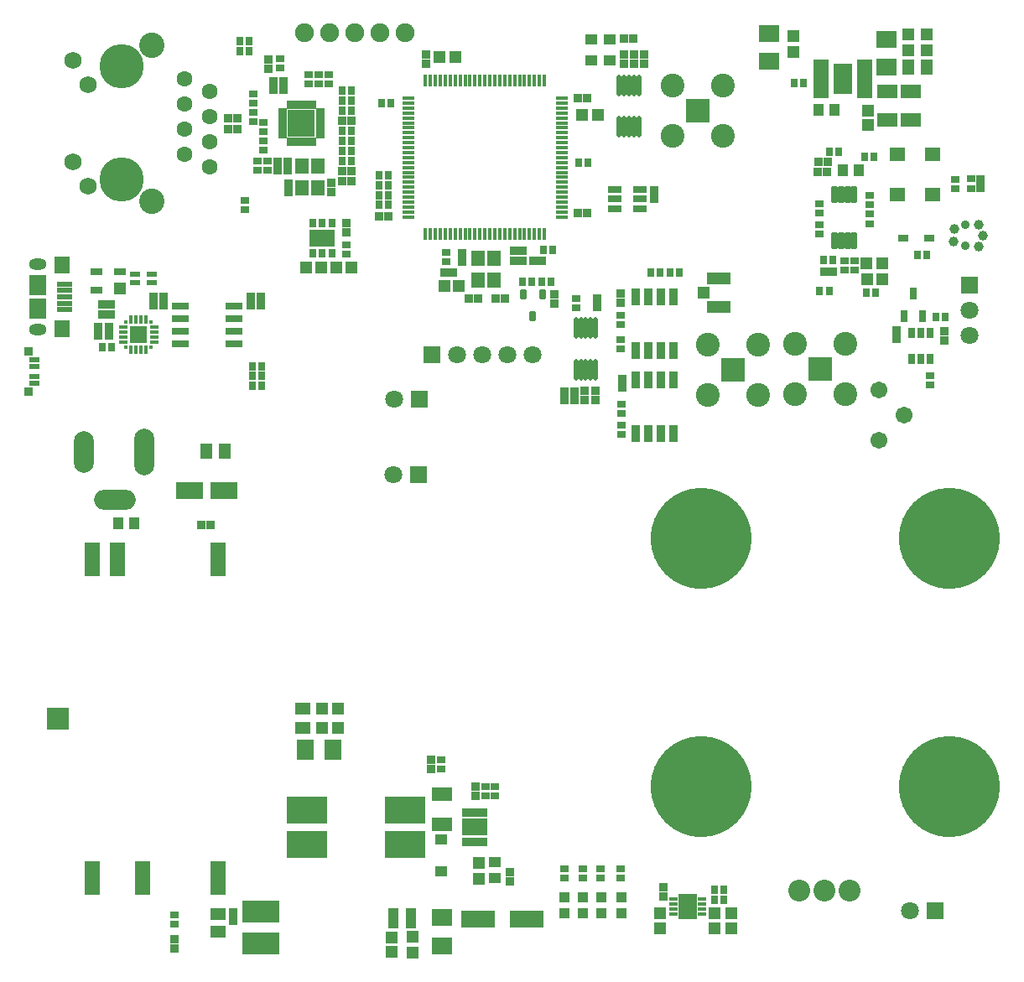
<source format=gts>
G04*
G04 #@! TF.GenerationSoftware,Altium Limited,Altium Designer,21.2.1 (34)*
G04*
G04 Layer_Color=8388736*
%FSAX24Y24*%
%MOIN*%
G70*
G04*
G04 #@! TF.SameCoordinates,274D9A25-BBB1-47C8-A32C-90C4575193A4*
G04*
G04*
G04 #@! TF.FilePolarity,Negative*
G04*
G01*
G75*
%ADD37R,0.0472X0.0118*%
%ADD38R,0.0118X0.0472*%
G04:AMPARAMS|DCode=40|XSize=43.3mil|YSize=23.6mil|CornerRadius=2mil|HoleSize=0mil|Usage=FLASHONLY|Rotation=90.000|XOffset=0mil|YOffset=0mil|HoleType=Round|Shape=RoundedRectangle|*
%AMROUNDEDRECTD40*
21,1,0.0433,0.0196,0,0,90.0*
21,1,0.0393,0.0236,0,0,90.0*
1,1,0.0040,0.0098,0.0196*
1,1,0.0040,0.0098,-0.0196*
1,1,0.0040,-0.0098,-0.0196*
1,1,0.0040,-0.0098,0.0196*
%
%ADD40ROUNDEDRECTD40*%
%ADD47R,0.0646X0.0551*%
%ADD64R,0.0118X0.0354*%
%ADD65R,0.0354X0.0118*%
%ADD66R,0.0118X0.0118*%
%ADD89R,0.0395X0.0395*%
%ADD90R,0.0324X0.0308*%
%ADD91R,0.0308X0.0324*%
%ADD92R,0.0328X0.0340*%
%ADD93R,0.0395X0.0237*%
%ADD94R,0.0946X0.0513*%
%ADD95R,0.0513X0.0474*%
%ADD96R,0.0454X0.0474*%
%ADD97R,0.0552X0.0316*%
%ADD98R,0.0324X0.0324*%
%ADD99R,0.0324X0.0324*%
%ADD100O,0.0198X0.0867*%
%ADD101R,0.0474X0.0434*%
%ADD102R,0.0336X0.0680*%
%ADD103R,0.0316X0.0474*%
G04:AMPARAMS|DCode=104|XSize=29.7mil|YSize=39.5mil|CornerRadius=5.9mil|HoleSize=0mil|Usage=FLASHONLY|Rotation=0.000|XOffset=0mil|YOffset=0mil|HoleType=Round|Shape=RoundedRectangle|*
%AMROUNDEDRECTD104*
21,1,0.0297,0.0276,0,0,0.0*
21,1,0.0178,0.0395,0,0,0.0*
1,1,0.0119,0.0089,-0.0138*
1,1,0.0119,-0.0089,-0.0138*
1,1,0.0119,-0.0089,0.0138*
1,1,0.0119,0.0089,0.0138*
%
%ADD104ROUNDEDRECTD104*%
%ADD105R,0.0493X0.0631*%
G04:AMPARAMS|DCode=106|XSize=25.7mil|YSize=69mil|CornerRadius=5.9mil|HoleSize=0mil|Usage=FLASHONLY|Rotation=180.000|XOffset=0mil|YOffset=0mil|HoleType=Round|Shape=RoundedRectangle|*
%AMROUNDEDRECTD106*
21,1,0.0257,0.0571,0,0,180.0*
21,1,0.0138,0.0690,0,0,180.0*
1,1,0.0119,-0.0069,0.0286*
1,1,0.0119,0.0069,0.0286*
1,1,0.0119,0.0069,-0.0286*
1,1,0.0119,-0.0069,-0.0286*
%
%ADD106ROUNDEDRECTD106*%
%ADD107R,0.0316X0.0324*%
%ADD108R,0.0360X0.0363*%
%ADD109R,0.0434X0.0277*%
%ADD110R,0.0434X0.0474*%
%ADD111R,0.0789X0.0533*%
%ADD112R,0.0454X0.0454*%
%ADD113R,0.0631X0.0257*%
%ADD114R,0.0769X0.1237*%
%ADD115R,0.0828X0.0651*%
%ADD116R,0.0474X0.0454*%
%ADD117R,0.0533X0.0631*%
%ADD118R,0.0454X0.0474*%
%ADD119R,0.0324X0.0316*%
%ADD120R,0.0363X0.0360*%
%ADD121R,0.0352X0.0190*%
%ADD122R,0.0190X0.0352*%
%ADD123R,0.1064X0.1064*%
%ADD124R,0.0257X0.0375*%
%ADD125R,0.1025X0.0710*%
%ADD126R,0.0709X0.0709*%
%ADD127R,0.0690X0.0316*%
%ADD128R,0.0434X0.0237*%
%ADD129R,0.0474X0.0316*%
%ADD130R,0.0474X0.0474*%
%ADD131R,0.0631X0.0710*%
%ADD132R,0.0690X0.0828*%
%ADD133R,0.0611X0.0237*%
%ADD134R,0.1084X0.0710*%
%ADD135R,0.0631X0.1340*%
%ADD136R,0.0867X0.0867*%
%ADD137R,0.0474X0.0454*%
%ADD138R,0.0730X0.1017*%
%ADD139R,0.0356X0.0179*%
%ADD140R,0.0631X0.0493*%
%ADD141R,0.0651X0.0828*%
%ADD142R,0.1596X0.1064*%
%ADD143R,0.0198X0.0375*%
%ADD144R,0.0505X0.0442*%
%ADD145R,0.1320X0.0710*%
%ADD146R,0.0395X0.0789*%
%ADD147R,0.1458X0.0867*%
%ADD148R,0.0631X0.0493*%
%ADD149C,0.0946*%
%ADD150R,0.0946X0.0946*%
%ADD151R,0.0710X0.0710*%
%ADD152C,0.0710*%
%ADD153C,0.0671*%
%ADD154R,0.0710X0.0710*%
%ADD155C,0.0356*%
%ADD156C,0.0395*%
%ADD157C,0.0749*%
%ADD158O,0.0710X0.0434*%
%ADD159O,0.0789X0.1655*%
%ADD160O,0.1655X0.0789*%
%ADD161O,0.0789X0.1852*%
%ADD162C,0.4017*%
%ADD163C,0.0867*%
%ADD164C,0.0682*%
%ADD165C,0.0630*%
%ADD166C,0.1007*%
%ADD167C,0.1760*%
D37*
X030669Y046068D02*
D03*
Y046265D02*
D03*
Y046462D02*
D03*
Y046658D02*
D03*
Y046855D02*
D03*
Y047052D02*
D03*
Y047249D02*
D03*
Y047446D02*
D03*
Y047643D02*
D03*
Y047839D02*
D03*
Y048036D02*
D03*
Y048233D02*
D03*
Y048430D02*
D03*
Y048627D02*
D03*
Y048824D02*
D03*
Y049021D02*
D03*
Y049217D02*
D03*
Y049414D02*
D03*
Y049611D02*
D03*
Y049808D02*
D03*
Y050005D02*
D03*
Y050202D02*
D03*
Y050399D02*
D03*
Y050595D02*
D03*
Y050792D02*
D03*
X036771D02*
D03*
Y050595D02*
D03*
Y050399D02*
D03*
Y050202D02*
D03*
Y050005D02*
D03*
Y049808D02*
D03*
Y049611D02*
D03*
Y049414D02*
D03*
Y049217D02*
D03*
Y049021D02*
D03*
Y048824D02*
D03*
Y048627D02*
D03*
Y048430D02*
D03*
Y048233D02*
D03*
Y048036D02*
D03*
Y047839D02*
D03*
Y047643D02*
D03*
Y047446D02*
D03*
Y047249D02*
D03*
Y047052D02*
D03*
Y046855D02*
D03*
Y046658D02*
D03*
Y046462D02*
D03*
Y046265D02*
D03*
Y046068D02*
D03*
D38*
X031358Y051481D02*
D03*
X031555D02*
D03*
X031751D02*
D03*
X031948D02*
D03*
X032145D02*
D03*
X032342D02*
D03*
X032539D02*
D03*
X032736D02*
D03*
X032933D02*
D03*
X033129D02*
D03*
X033326D02*
D03*
X033523D02*
D03*
X033720D02*
D03*
X033917D02*
D03*
X034114D02*
D03*
X034311D02*
D03*
X034507D02*
D03*
X034704D02*
D03*
X034901D02*
D03*
X035098D02*
D03*
X035295D02*
D03*
X035492D02*
D03*
X035689D02*
D03*
X035885D02*
D03*
X036082D02*
D03*
Y045379D02*
D03*
X035885D02*
D03*
X035689D02*
D03*
X035492D02*
D03*
X035295D02*
D03*
X035098D02*
D03*
X034901D02*
D03*
X034704D02*
D03*
X034507D02*
D03*
X034311D02*
D03*
X034114D02*
D03*
X033917D02*
D03*
X033720D02*
D03*
X033523D02*
D03*
X033326D02*
D03*
X033129D02*
D03*
X032933D02*
D03*
X032736D02*
D03*
X032539D02*
D03*
X032342D02*
D03*
X032145D02*
D03*
X031948D02*
D03*
X031751D02*
D03*
X031555D02*
D03*
X031358D02*
D03*
D40*
X050666Y041442D02*
D03*
X051040D02*
D03*
X051414D02*
D03*
Y040418D02*
D03*
X051040D02*
D03*
X050666D02*
D03*
D47*
X051510Y048543D02*
D03*
Y046957D02*
D03*
X050120Y048543D02*
D03*
Y046957D02*
D03*
D64*
X020251Y042000D02*
D03*
X020054D02*
D03*
X019857D02*
D03*
X019660D02*
D03*
Y040780D02*
D03*
X019857D02*
D03*
X020054D02*
D03*
X020251D02*
D03*
D65*
X019345Y041685D02*
D03*
Y041488D02*
D03*
Y041291D02*
D03*
Y041094D02*
D03*
X020566D02*
D03*
Y041291D02*
D03*
Y041488D02*
D03*
Y041685D02*
D03*
D66*
X020447Y041882D02*
D03*
Y040898D02*
D03*
X019463Y041882D02*
D03*
Y040898D02*
D03*
D89*
X038340Y019035D02*
D03*
Y018405D02*
D03*
X039140Y019035D02*
D03*
Y018405D02*
D03*
X037620Y019035D02*
D03*
Y018405D02*
D03*
X036870Y019035D02*
D03*
Y018405D02*
D03*
D90*
X038320Y020165D02*
D03*
Y019795D02*
D03*
X039130Y020155D02*
D03*
Y019785D02*
D03*
X037630Y020155D02*
D03*
Y019785D02*
D03*
X036870Y020155D02*
D03*
Y019785D02*
D03*
X032190Y044285D02*
D03*
Y044655D02*
D03*
X051420Y039395D02*
D03*
Y039765D02*
D03*
X039150Y037790D02*
D03*
Y037420D02*
D03*
X037360Y042465D02*
D03*
Y042835D02*
D03*
X039160Y038630D02*
D03*
Y038260D02*
D03*
X052400Y047545D02*
D03*
Y047175D02*
D03*
X053040Y047205D02*
D03*
Y047575D02*
D03*
X049030Y046175D02*
D03*
Y045805D02*
D03*
X047010Y045765D02*
D03*
Y045395D02*
D03*
X049030Y046570D02*
D03*
Y046940D02*
D03*
X047010Y046595D02*
D03*
Y046225D02*
D03*
X048400Y044335D02*
D03*
Y043965D02*
D03*
X048010Y044340D02*
D03*
Y043970D02*
D03*
X039100Y042155D02*
D03*
Y041785D02*
D03*
X024525Y050964D02*
D03*
Y050594D02*
D03*
Y049844D02*
D03*
Y050214D02*
D03*
X024925Y049459D02*
D03*
Y049829D02*
D03*
Y049079D02*
D03*
Y048709D02*
D03*
X025075Y047909D02*
D03*
Y048279D02*
D03*
X024180Y046725D02*
D03*
Y046355D02*
D03*
X027525Y051359D02*
D03*
Y051729D02*
D03*
X027125Y051359D02*
D03*
Y051729D02*
D03*
X026725Y051359D02*
D03*
Y051729D02*
D03*
X039100Y040810D02*
D03*
Y041180D02*
D03*
X028200Y044970D02*
D03*
Y044600D02*
D03*
X033740Y023065D02*
D03*
Y023435D02*
D03*
X034130Y023065D02*
D03*
Y023435D02*
D03*
X031990Y024130D02*
D03*
Y024500D02*
D03*
X021390Y017955D02*
D03*
Y018325D02*
D03*
D91*
X024835Y040140D02*
D03*
X024465D02*
D03*
X024835Y039750D02*
D03*
X024465D02*
D03*
X024835Y039350D02*
D03*
X024465D02*
D03*
X047030Y043110D02*
D03*
X047400D02*
D03*
X037440Y048230D02*
D03*
X037810D02*
D03*
X029970Y050590D02*
D03*
X029600D02*
D03*
X029895Y046550D02*
D03*
X029525D02*
D03*
X036035Y044750D02*
D03*
X036405D02*
D03*
X029890Y047330D02*
D03*
X029520D02*
D03*
Y046940D02*
D03*
X029890D02*
D03*
X052025Y042090D02*
D03*
X051655D02*
D03*
X051285Y044550D02*
D03*
X050915D02*
D03*
X049195Y048470D02*
D03*
X048825D02*
D03*
X041440Y043850D02*
D03*
X041070D02*
D03*
X040670Y043870D02*
D03*
X040300D02*
D03*
X047193Y044344D02*
D03*
X047563D02*
D03*
X046375Y051400D02*
D03*
X046005D02*
D03*
X023990Y053044D02*
D03*
X024360D02*
D03*
X023990Y052644D02*
D03*
X024360D02*
D03*
X028040Y051094D02*
D03*
X028410D02*
D03*
Y050694D02*
D03*
X028040D02*
D03*
Y050294D02*
D03*
X028410D02*
D03*
X028040Y049494D02*
D03*
X028410D02*
D03*
Y049094D02*
D03*
X028040D02*
D03*
X028410Y048694D02*
D03*
X028040D02*
D03*
Y048294D02*
D03*
X028410D02*
D03*
X029520Y047720D02*
D03*
X029890D02*
D03*
X018890Y040900D02*
D03*
X018520D02*
D03*
X042855Y019320D02*
D03*
X043225D02*
D03*
X043220Y018910D02*
D03*
X042850D02*
D03*
D92*
X015580Y040727D02*
D03*
Y039136D02*
D03*
D93*
X015810Y040408D02*
D03*
Y040140D02*
D03*
Y039723D02*
D03*
Y039455D02*
D03*
D94*
X043030Y043620D02*
D03*
Y042478D02*
D03*
D95*
X042400Y043049D02*
D03*
D96*
X038225Y050110D02*
D03*
X037595D02*
D03*
X032555Y052440D02*
D03*
X031925D02*
D03*
X048895Y044210D02*
D03*
X049525D02*
D03*
X048900Y043580D02*
D03*
X049530D02*
D03*
X027255Y026530D02*
D03*
X027885D02*
D03*
X027240Y025760D02*
D03*
X027870D02*
D03*
D97*
X038886Y046402D02*
D03*
Y046776D02*
D03*
Y047150D02*
D03*
X039870D02*
D03*
Y046776D02*
D03*
Y046402D02*
D03*
D98*
X039617Y053150D02*
D03*
X039263D02*
D03*
X032457Y043870D02*
D03*
X032103D02*
D03*
X037774Y046240D02*
D03*
X037420D02*
D03*
X029523Y046090D02*
D03*
X029877D02*
D03*
X037777Y050800D02*
D03*
X037423D02*
D03*
X047340Y048260D02*
D03*
X046986D02*
D03*
X047317Y047850D02*
D03*
X046963D02*
D03*
X035633Y044320D02*
D03*
X035987D02*
D03*
X034143Y042840D02*
D03*
X034497D02*
D03*
X033087Y042822D02*
D03*
X033441D02*
D03*
X034873Y044330D02*
D03*
X035227D02*
D03*
X023525Y049994D02*
D03*
X023880D02*
D03*
X023525Y049544D02*
D03*
X023880D02*
D03*
X028048Y049894D02*
D03*
X028402D02*
D03*
X028048Y047894D02*
D03*
X028402D02*
D03*
X028048Y047494D02*
D03*
X028402D02*
D03*
X018854Y042580D02*
D03*
X018500D02*
D03*
X018857Y042180D02*
D03*
X018503D02*
D03*
X022817Y033830D02*
D03*
X022463D02*
D03*
X034873Y044720D02*
D03*
X035227D02*
D03*
D99*
X039650Y052517D02*
D03*
Y052163D02*
D03*
X040040D02*
D03*
Y052517D02*
D03*
X039260D02*
D03*
Y052163D02*
D03*
X039170Y039640D02*
D03*
Y039286D02*
D03*
X039100Y042663D02*
D03*
Y043017D02*
D03*
X038170Y042837D02*
D03*
Y042483D02*
D03*
X040460Y047137D02*
D03*
Y046783D02*
D03*
X032830Y044283D02*
D03*
Y044637D02*
D03*
X031380Y052517D02*
D03*
Y052163D02*
D03*
X036890Y038786D02*
D03*
Y039140D02*
D03*
X037690Y038793D02*
D03*
Y039147D02*
D03*
X038100Y038793D02*
D03*
Y039147D02*
D03*
X050090Y041567D02*
D03*
Y041213D02*
D03*
X051980Y041163D02*
D03*
Y041517D02*
D03*
X036490Y042977D02*
D03*
Y042623D02*
D03*
X053430Y047213D02*
D03*
Y047567D02*
D03*
X037290Y039140D02*
D03*
Y038786D02*
D03*
X025325Y051117D02*
D03*
Y051471D02*
D03*
X025725Y051117D02*
D03*
Y051471D02*
D03*
X025875Y048271D02*
D03*
Y047917D02*
D03*
X025475Y048271D02*
D03*
Y047917D02*
D03*
X025925Y047398D02*
D03*
Y047044D02*
D03*
X027625Y047421D02*
D03*
Y047067D02*
D03*
X028200Y045460D02*
D03*
Y045814D02*
D03*
X024800Y042543D02*
D03*
Y042897D02*
D03*
X024400Y042543D02*
D03*
Y042897D02*
D03*
X018770Y041343D02*
D03*
Y041697D02*
D03*
X018360Y041343D02*
D03*
Y041697D02*
D03*
X020540Y042550D02*
D03*
Y042904D02*
D03*
X020950Y042553D02*
D03*
Y042907D02*
D03*
X040800Y019073D02*
D03*
Y019427D02*
D03*
X033350Y023073D02*
D03*
Y023427D02*
D03*
X031590Y024141D02*
D03*
Y024495D02*
D03*
X034700Y019663D02*
D03*
Y020017D02*
D03*
X021390Y017003D02*
D03*
Y017357D02*
D03*
X023698Y018435D02*
D03*
Y018081D02*
D03*
D100*
X039056Y049653D02*
D03*
X039253D02*
D03*
X039450D02*
D03*
X039647D02*
D03*
X039844D02*
D03*
X039056Y051307D02*
D03*
X039253D02*
D03*
X039450D02*
D03*
X039647D02*
D03*
X039844D02*
D03*
X038124Y041657D02*
D03*
X037927D02*
D03*
X037730D02*
D03*
X037533D02*
D03*
X037336D02*
D03*
X038124Y040003D02*
D03*
X037927D02*
D03*
X037730D02*
D03*
X037533D02*
D03*
X037336D02*
D03*
D101*
X038694Y053123D02*
D03*
Y052297D02*
D03*
X037946Y053123D02*
D03*
X037946Y052297D02*
D03*
X034130Y020410D02*
D03*
Y019780D02*
D03*
D102*
X039700Y040752D02*
D03*
X040200D02*
D03*
X040700D02*
D03*
X041200D02*
D03*
Y042888D02*
D03*
X040700D02*
D03*
X040200D02*
D03*
X039700D02*
D03*
X039710Y039600D02*
D03*
X040210D02*
D03*
X040710D02*
D03*
X041210D02*
D03*
Y037465D02*
D03*
X040710D02*
D03*
X040210D02*
D03*
X039710D02*
D03*
D103*
X050372Y042120D02*
D03*
X051120D02*
D03*
X050746Y043026D02*
D03*
D104*
X035630Y042137D02*
D03*
X035256Y043003D02*
D03*
X036004D02*
D03*
D105*
X051294Y052010D02*
D03*
X050546D02*
D03*
X023384Y036770D02*
D03*
X022636D02*
D03*
D106*
X047626Y045125D02*
D03*
X047882D02*
D03*
X048138D02*
D03*
X048394D02*
D03*
X047626Y046955D02*
D03*
X047882D02*
D03*
X048138D02*
D03*
X048394D02*
D03*
D107*
X049231Y043070D02*
D03*
X048869D02*
D03*
X047771Y048660D02*
D03*
X047409D02*
D03*
X036351Y043480D02*
D03*
X035989D02*
D03*
X035219Y043490D02*
D03*
X035581D02*
D03*
D108*
X047559Y043894D02*
D03*
X047197D02*
D03*
D109*
X050358Y045220D02*
D03*
X051382D02*
D03*
D110*
X047945Y047930D02*
D03*
X048575D02*
D03*
X046975Y050310D02*
D03*
X047605D02*
D03*
X019145Y033880D02*
D03*
X019775D02*
D03*
D111*
X050660Y049909D02*
D03*
Y051051D02*
D03*
X049730D02*
D03*
Y049909D02*
D03*
X032010Y021929D02*
D03*
Y023111D02*
D03*
D112*
X048940Y049715D02*
D03*
Y050305D02*
D03*
X030030Y016845D02*
D03*
Y017435D02*
D03*
D113*
X047070Y052202D02*
D03*
Y051946D02*
D03*
Y051690D02*
D03*
Y051434D02*
D03*
Y051178D02*
D03*
Y050922D02*
D03*
X048802D02*
D03*
Y051178D02*
D03*
Y051434D02*
D03*
Y051690D02*
D03*
Y051946D02*
D03*
Y052202D02*
D03*
D114*
X047936Y051562D02*
D03*
D115*
X045000Y053371D02*
D03*
Y052269D02*
D03*
X049680Y053141D02*
D03*
Y052039D02*
D03*
X032000Y017108D02*
D03*
Y018210D02*
D03*
D116*
X045970Y052625D02*
D03*
Y053255D02*
D03*
X050550Y052705D02*
D03*
Y053335D02*
D03*
X051290Y052705D02*
D03*
Y053335D02*
D03*
X040690Y018405D02*
D03*
Y017775D02*
D03*
X033490Y020395D02*
D03*
Y019765D02*
D03*
X030840Y017445D02*
D03*
Y016815D02*
D03*
D117*
X033434Y044422D02*
D03*
Y043555D02*
D03*
X034064D02*
D03*
Y044422D02*
D03*
X026460Y048077D02*
D03*
Y047211D02*
D03*
X027090D02*
D03*
Y048077D02*
D03*
D118*
X032105Y043320D02*
D03*
X032695D02*
D03*
X027830Y044060D02*
D03*
X028421D02*
D03*
X027215D02*
D03*
X026625D02*
D03*
D119*
X025575Y051982D02*
D03*
Y052344D02*
D03*
X024675Y047913D02*
D03*
Y048275D02*
D03*
D120*
X025125Y052325D02*
D03*
Y051963D02*
D03*
D121*
X025682Y049497D02*
D03*
Y049694D02*
D03*
X027178Y049300D02*
D03*
Y049497D02*
D03*
Y049694D02*
D03*
Y049890D02*
D03*
Y050087D02*
D03*
Y050284D02*
D03*
X025682D02*
D03*
Y049300D02*
D03*
Y049890D02*
D03*
Y050087D02*
D03*
D122*
X025938Y049044D02*
D03*
X026135D02*
D03*
X026332D02*
D03*
X026528D02*
D03*
X026725D02*
D03*
X026922D02*
D03*
Y050540D02*
D03*
X026725D02*
D03*
X026528D02*
D03*
X026332D02*
D03*
X026135D02*
D03*
X025938D02*
D03*
D123*
X026430Y049792D02*
D03*
D124*
X027634Y045811D02*
D03*
X027260D02*
D03*
X026886D02*
D03*
Y044629D02*
D03*
X027260D02*
D03*
X027634D02*
D03*
D125*
X027260Y045220D02*
D03*
X033310Y021810D02*
D03*
D126*
X019955Y041390D02*
D03*
D127*
X021617Y042510D02*
D03*
Y042010D02*
D03*
Y041510D02*
D03*
Y041010D02*
D03*
X023743Y042510D02*
D03*
Y042010D02*
D03*
Y041510D02*
D03*
Y041010D02*
D03*
D128*
X020485Y043473D02*
D03*
Y043787D02*
D03*
X019815Y043473D02*
D03*
Y043787D02*
D03*
D129*
X018294Y043900D02*
D03*
X019200D02*
D03*
X018294Y043152D02*
D03*
D130*
X019200Y043231D02*
D03*
D131*
X016920Y044150D02*
D03*
Y041630D02*
D03*
D132*
X015955Y042417D02*
D03*
Y043362D02*
D03*
D133*
X017009Y042378D02*
D03*
Y042634D02*
D03*
Y043402D02*
D03*
Y043146D02*
D03*
Y042890D02*
D03*
D134*
X023358Y035190D02*
D03*
X021980D02*
D03*
D135*
X023126Y032467D02*
D03*
X019126D02*
D03*
X018126D02*
D03*
X023126Y019798D02*
D03*
X020130Y019800D02*
D03*
X018126Y019798D02*
D03*
D136*
X016732Y026133D02*
D03*
D137*
X043500Y018385D02*
D03*
Y017795D02*
D03*
X042840Y018375D02*
D03*
Y017785D02*
D03*
D138*
X041781Y018652D02*
D03*
D139*
X041230Y018947D02*
D03*
Y018750D02*
D03*
Y018553D02*
D03*
Y018356D02*
D03*
X042332Y018947D02*
D03*
Y018750D02*
D03*
Y018553D02*
D03*
Y018356D02*
D03*
D140*
X026495Y026518D02*
D03*
Y025770D02*
D03*
D141*
X027671Y024890D02*
D03*
X026569D02*
D03*
D142*
X026633Y022498D02*
D03*
Y021120D02*
D03*
X030550D02*
D03*
Y022498D02*
D03*
D143*
X032916Y022401D02*
D03*
X033113D02*
D03*
X033310D02*
D03*
X033507D02*
D03*
X033704D02*
D03*
Y021219D02*
D03*
X033507D02*
D03*
X033310D02*
D03*
X033113D02*
D03*
X032916D02*
D03*
D144*
X031970Y021310D02*
D03*
Y020050D02*
D03*
D145*
X033455Y018170D02*
D03*
X035385D02*
D03*
D146*
X030794Y018200D02*
D03*
X030086D02*
D03*
D147*
X024830Y018460D02*
D03*
Y017200D02*
D03*
D148*
X023118Y017661D02*
D03*
Y018370D02*
D03*
D149*
X046036Y041024D02*
D03*
X048044D02*
D03*
Y039016D02*
D03*
X046036D02*
D03*
X043174Y051304D02*
D03*
X041166D02*
D03*
Y049296D02*
D03*
X043174D02*
D03*
X044584Y038976D02*
D03*
X042576D02*
D03*
Y040984D02*
D03*
X044584D02*
D03*
D150*
X047040Y040020D02*
D03*
X042170Y050300D02*
D03*
X043580Y039980D02*
D03*
D151*
X052980Y043360D02*
D03*
D152*
Y042360D02*
D03*
Y041360D02*
D03*
X033620Y040600D02*
D03*
X032620D02*
D03*
X034620D02*
D03*
X035620D02*
D03*
X050600Y018480D02*
D03*
X030120Y038840D02*
D03*
X030090Y035840D02*
D03*
D153*
X049380Y039200D02*
D03*
X050380Y038200D02*
D03*
X049380Y037200D02*
D03*
D154*
X031620Y040600D02*
D03*
X051600Y018480D02*
D03*
X031120Y038840D02*
D03*
X031090Y035840D02*
D03*
D155*
X052830Y044913D02*
D03*
Y045760D02*
D03*
D156*
X053353Y044903D02*
D03*
X053530Y045336D02*
D03*
X052370Y045586D02*
D03*
X053353Y045769D02*
D03*
X052356Y045103D02*
D03*
D157*
X029560Y053400D02*
D03*
X026560D02*
D03*
X027560D02*
D03*
X028560D02*
D03*
X030560D02*
D03*
D158*
X015955Y044189D02*
D03*
Y041591D02*
D03*
D159*
X017790Y036720D02*
D03*
D160*
X019030Y034830D02*
D03*
D161*
X020172Y036720D02*
D03*
D162*
X052170Y023440D02*
D03*
Y033283D02*
D03*
X042327D02*
D03*
Y023440D02*
D03*
D163*
X046225Y019306D02*
D03*
X047225D02*
D03*
X048225D02*
D03*
D164*
X017346Y048268D02*
D03*
X017944Y051320D02*
D03*
Y047304D02*
D03*
X017346Y052284D02*
D03*
D165*
X021775Y049544D02*
D03*
X022775Y050044D02*
D03*
Y049044D02*
D03*
X021775Y050544D02*
D03*
Y048544D02*
D03*
X022775Y051044D02*
D03*
Y048044D02*
D03*
X021775Y051544D02*
D03*
D166*
X020476Y046694D02*
D03*
Y052894D02*
D03*
D167*
X019275Y047544D02*
D03*
Y052044D02*
D03*
M02*

</source>
